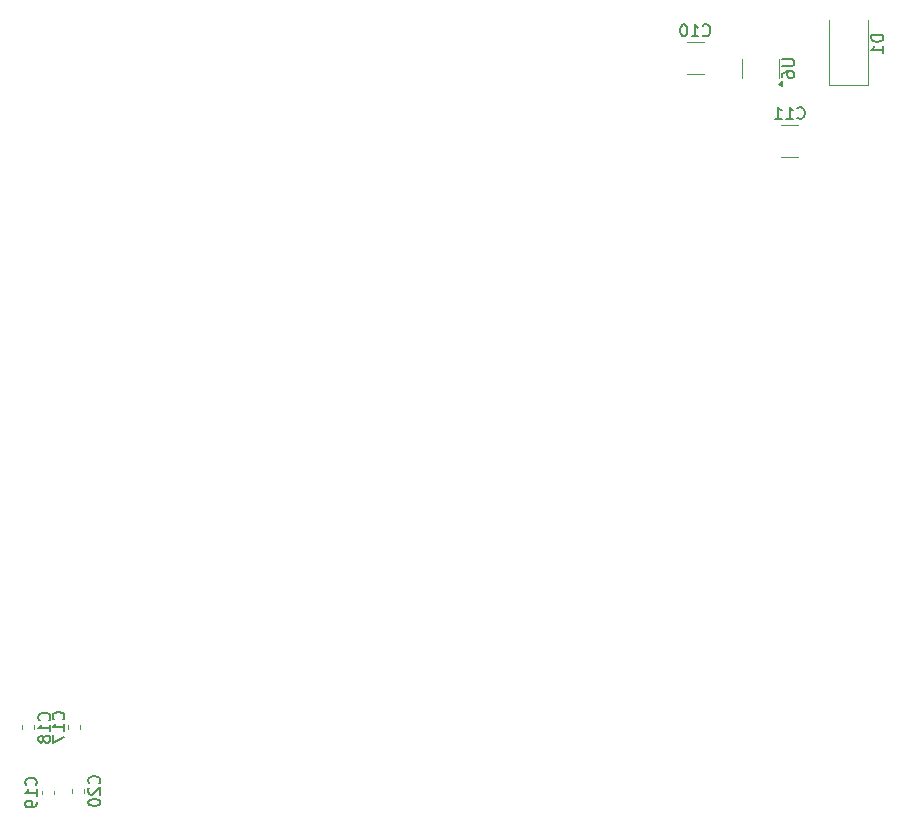
<source format=gbr>
%TF.GenerationSoftware,KiCad,Pcbnew,9.0.3-9.0.3-0~ubuntu24.04.1*%
%TF.CreationDate,2025-09-03T17:17:06-03:00*%
%TF.ProjectId,CargadorDeBaterias_rev2,43617267-6164-46f7-9244-654261746572,rev?*%
%TF.SameCoordinates,Original*%
%TF.FileFunction,Legend,Bot*%
%TF.FilePolarity,Positive*%
%FSLAX46Y46*%
G04 Gerber Fmt 4.6, Leading zero omitted, Abs format (unit mm)*
G04 Created by KiCad (PCBNEW 9.0.3-9.0.3-0~ubuntu24.04.1) date 2025-09-03 17:17:06*
%MOMM*%
%LPD*%
G01*
G04 APERTURE LIST*
%ADD10C,0.150000*%
%ADD11C,0.120000*%
G04 APERTURE END LIST*
D10*
X197379819Y-72536905D02*
X196379819Y-72536905D01*
X196379819Y-72536905D02*
X196379819Y-72775000D01*
X196379819Y-72775000D02*
X196427438Y-72917857D01*
X196427438Y-72917857D02*
X196522676Y-73013095D01*
X196522676Y-73013095D02*
X196617914Y-73060714D01*
X196617914Y-73060714D02*
X196808390Y-73108333D01*
X196808390Y-73108333D02*
X196951247Y-73108333D01*
X196951247Y-73108333D02*
X197141723Y-73060714D01*
X197141723Y-73060714D02*
X197236961Y-73013095D01*
X197236961Y-73013095D02*
X197332200Y-72917857D01*
X197332200Y-72917857D02*
X197379819Y-72775000D01*
X197379819Y-72775000D02*
X197379819Y-72536905D01*
X197379819Y-74060714D02*
X197379819Y-73489286D01*
X197379819Y-73775000D02*
X196379819Y-73775000D01*
X196379819Y-73775000D02*
X196522676Y-73679762D01*
X196522676Y-73679762D02*
X196617914Y-73584524D01*
X196617914Y-73584524D02*
X196665533Y-73489286D01*
X126759580Y-130530951D02*
X126807200Y-130483332D01*
X126807200Y-130483332D02*
X126854819Y-130340475D01*
X126854819Y-130340475D02*
X126854819Y-130245237D01*
X126854819Y-130245237D02*
X126807200Y-130102380D01*
X126807200Y-130102380D02*
X126711961Y-130007142D01*
X126711961Y-130007142D02*
X126616723Y-129959523D01*
X126616723Y-129959523D02*
X126426247Y-129911904D01*
X126426247Y-129911904D02*
X126283390Y-129911904D01*
X126283390Y-129911904D02*
X126092914Y-129959523D01*
X126092914Y-129959523D02*
X125997676Y-130007142D01*
X125997676Y-130007142D02*
X125902438Y-130102380D01*
X125902438Y-130102380D02*
X125854819Y-130245237D01*
X125854819Y-130245237D02*
X125854819Y-130340475D01*
X125854819Y-130340475D02*
X125902438Y-130483332D01*
X125902438Y-130483332D02*
X125950057Y-130530951D01*
X126854819Y-131483332D02*
X126854819Y-130911904D01*
X126854819Y-131197618D02*
X125854819Y-131197618D01*
X125854819Y-131197618D02*
X125997676Y-131102380D01*
X125997676Y-131102380D02*
X126092914Y-131007142D01*
X126092914Y-131007142D02*
X126140533Y-130911904D01*
X126283390Y-132054761D02*
X126235771Y-131959523D01*
X126235771Y-131959523D02*
X126188152Y-131911904D01*
X126188152Y-131911904D02*
X126092914Y-131864285D01*
X126092914Y-131864285D02*
X126045295Y-131864285D01*
X126045295Y-131864285D02*
X125950057Y-131911904D01*
X125950057Y-131911904D02*
X125902438Y-131959523D01*
X125902438Y-131959523D02*
X125854819Y-132054761D01*
X125854819Y-132054761D02*
X125854819Y-132245237D01*
X125854819Y-132245237D02*
X125902438Y-132340475D01*
X125902438Y-132340475D02*
X125950057Y-132388094D01*
X125950057Y-132388094D02*
X126045295Y-132435713D01*
X126045295Y-132435713D02*
X126092914Y-132435713D01*
X126092914Y-132435713D02*
X126188152Y-132388094D01*
X126188152Y-132388094D02*
X126235771Y-132340475D01*
X126235771Y-132340475D02*
X126283390Y-132245237D01*
X126283390Y-132245237D02*
X126283390Y-132054761D01*
X126283390Y-132054761D02*
X126331009Y-131959523D01*
X126331009Y-131959523D02*
X126378628Y-131911904D01*
X126378628Y-131911904D02*
X126473866Y-131864285D01*
X126473866Y-131864285D02*
X126664342Y-131864285D01*
X126664342Y-131864285D02*
X126759580Y-131911904D01*
X126759580Y-131911904D02*
X126807200Y-131959523D01*
X126807200Y-131959523D02*
X126854819Y-132054761D01*
X126854819Y-132054761D02*
X126854819Y-132245237D01*
X126854819Y-132245237D02*
X126807200Y-132340475D01*
X126807200Y-132340475D02*
X126759580Y-132388094D01*
X126759580Y-132388094D02*
X126664342Y-132435713D01*
X126664342Y-132435713D02*
X126473866Y-132435713D01*
X126473866Y-132435713D02*
X126378628Y-132388094D01*
X126378628Y-132388094D02*
X126331009Y-132340475D01*
X126331009Y-132340475D02*
X126283390Y-132245237D01*
X188854819Y-74575595D02*
X189664342Y-74575595D01*
X189664342Y-74575595D02*
X189759580Y-74623214D01*
X189759580Y-74623214D02*
X189807200Y-74670833D01*
X189807200Y-74670833D02*
X189854819Y-74766071D01*
X189854819Y-74766071D02*
X189854819Y-74956547D01*
X189854819Y-74956547D02*
X189807200Y-75051785D01*
X189807200Y-75051785D02*
X189759580Y-75099404D01*
X189759580Y-75099404D02*
X189664342Y-75147023D01*
X189664342Y-75147023D02*
X188854819Y-75147023D01*
X188854819Y-76051785D02*
X188854819Y-75861309D01*
X188854819Y-75861309D02*
X188902438Y-75766071D01*
X188902438Y-75766071D02*
X188950057Y-75718452D01*
X188950057Y-75718452D02*
X189092914Y-75623214D01*
X189092914Y-75623214D02*
X189283390Y-75575595D01*
X189283390Y-75575595D02*
X189664342Y-75575595D01*
X189664342Y-75575595D02*
X189759580Y-75623214D01*
X189759580Y-75623214D02*
X189807200Y-75670833D01*
X189807200Y-75670833D02*
X189854819Y-75766071D01*
X189854819Y-75766071D02*
X189854819Y-75956547D01*
X189854819Y-75956547D02*
X189807200Y-76051785D01*
X189807200Y-76051785D02*
X189759580Y-76099404D01*
X189759580Y-76099404D02*
X189664342Y-76147023D01*
X189664342Y-76147023D02*
X189426247Y-76147023D01*
X189426247Y-76147023D02*
X189331009Y-76099404D01*
X189331009Y-76099404D02*
X189283390Y-76051785D01*
X189283390Y-76051785D02*
X189235771Y-75956547D01*
X189235771Y-75956547D02*
X189235771Y-75766071D01*
X189235771Y-75766071D02*
X189283390Y-75670833D01*
X189283390Y-75670833D02*
X189331009Y-75623214D01*
X189331009Y-75623214D02*
X189426247Y-75575595D01*
X125629580Y-136019642D02*
X125677200Y-135972023D01*
X125677200Y-135972023D02*
X125724819Y-135829166D01*
X125724819Y-135829166D02*
X125724819Y-135733928D01*
X125724819Y-135733928D02*
X125677200Y-135591071D01*
X125677200Y-135591071D02*
X125581961Y-135495833D01*
X125581961Y-135495833D02*
X125486723Y-135448214D01*
X125486723Y-135448214D02*
X125296247Y-135400595D01*
X125296247Y-135400595D02*
X125153390Y-135400595D01*
X125153390Y-135400595D02*
X124962914Y-135448214D01*
X124962914Y-135448214D02*
X124867676Y-135495833D01*
X124867676Y-135495833D02*
X124772438Y-135591071D01*
X124772438Y-135591071D02*
X124724819Y-135733928D01*
X124724819Y-135733928D02*
X124724819Y-135829166D01*
X124724819Y-135829166D02*
X124772438Y-135972023D01*
X124772438Y-135972023D02*
X124820057Y-136019642D01*
X125724819Y-136972023D02*
X125724819Y-136400595D01*
X125724819Y-136686309D02*
X124724819Y-136686309D01*
X124724819Y-136686309D02*
X124867676Y-136591071D01*
X124867676Y-136591071D02*
X124962914Y-136495833D01*
X124962914Y-136495833D02*
X125010533Y-136400595D01*
X125724819Y-137448214D02*
X125724819Y-137638690D01*
X125724819Y-137638690D02*
X125677200Y-137733928D01*
X125677200Y-137733928D02*
X125629580Y-137781547D01*
X125629580Y-137781547D02*
X125486723Y-137876785D01*
X125486723Y-137876785D02*
X125296247Y-137924404D01*
X125296247Y-137924404D02*
X124915295Y-137924404D01*
X124915295Y-137924404D02*
X124820057Y-137876785D01*
X124820057Y-137876785D02*
X124772438Y-137829166D01*
X124772438Y-137829166D02*
X124724819Y-137733928D01*
X124724819Y-137733928D02*
X124724819Y-137543452D01*
X124724819Y-137543452D02*
X124772438Y-137448214D01*
X124772438Y-137448214D02*
X124820057Y-137400595D01*
X124820057Y-137400595D02*
X124915295Y-137352976D01*
X124915295Y-137352976D02*
X125153390Y-137352976D01*
X125153390Y-137352976D02*
X125248628Y-137400595D01*
X125248628Y-137400595D02*
X125296247Y-137448214D01*
X125296247Y-137448214D02*
X125343866Y-137543452D01*
X125343866Y-137543452D02*
X125343866Y-137733928D01*
X125343866Y-137733928D02*
X125296247Y-137829166D01*
X125296247Y-137829166D02*
X125248628Y-137876785D01*
X125248628Y-137876785D02*
X125153390Y-137924404D01*
X127959580Y-130482142D02*
X128007200Y-130434523D01*
X128007200Y-130434523D02*
X128054819Y-130291666D01*
X128054819Y-130291666D02*
X128054819Y-130196428D01*
X128054819Y-130196428D02*
X128007200Y-130053571D01*
X128007200Y-130053571D02*
X127911961Y-129958333D01*
X127911961Y-129958333D02*
X127816723Y-129910714D01*
X127816723Y-129910714D02*
X127626247Y-129863095D01*
X127626247Y-129863095D02*
X127483390Y-129863095D01*
X127483390Y-129863095D02*
X127292914Y-129910714D01*
X127292914Y-129910714D02*
X127197676Y-129958333D01*
X127197676Y-129958333D02*
X127102438Y-130053571D01*
X127102438Y-130053571D02*
X127054819Y-130196428D01*
X127054819Y-130196428D02*
X127054819Y-130291666D01*
X127054819Y-130291666D02*
X127102438Y-130434523D01*
X127102438Y-130434523D02*
X127150057Y-130482142D01*
X128054819Y-131434523D02*
X128054819Y-130863095D01*
X128054819Y-131148809D02*
X127054819Y-131148809D01*
X127054819Y-131148809D02*
X127197676Y-131053571D01*
X127197676Y-131053571D02*
X127292914Y-130958333D01*
X127292914Y-130958333D02*
X127340533Y-130863095D01*
X127054819Y-131767857D02*
X127054819Y-132434523D01*
X127054819Y-132434523D02*
X128054819Y-132005952D01*
X190117857Y-79534580D02*
X190165476Y-79582200D01*
X190165476Y-79582200D02*
X190308333Y-79629819D01*
X190308333Y-79629819D02*
X190403571Y-79629819D01*
X190403571Y-79629819D02*
X190546428Y-79582200D01*
X190546428Y-79582200D02*
X190641666Y-79486961D01*
X190641666Y-79486961D02*
X190689285Y-79391723D01*
X190689285Y-79391723D02*
X190736904Y-79201247D01*
X190736904Y-79201247D02*
X190736904Y-79058390D01*
X190736904Y-79058390D02*
X190689285Y-78867914D01*
X190689285Y-78867914D02*
X190641666Y-78772676D01*
X190641666Y-78772676D02*
X190546428Y-78677438D01*
X190546428Y-78677438D02*
X190403571Y-78629819D01*
X190403571Y-78629819D02*
X190308333Y-78629819D01*
X190308333Y-78629819D02*
X190165476Y-78677438D01*
X190165476Y-78677438D02*
X190117857Y-78725057D01*
X189165476Y-79629819D02*
X189736904Y-79629819D01*
X189451190Y-79629819D02*
X189451190Y-78629819D01*
X189451190Y-78629819D02*
X189546428Y-78772676D01*
X189546428Y-78772676D02*
X189641666Y-78867914D01*
X189641666Y-78867914D02*
X189736904Y-78915533D01*
X188213095Y-79629819D02*
X188784523Y-79629819D01*
X188498809Y-79629819D02*
X188498809Y-78629819D01*
X188498809Y-78629819D02*
X188594047Y-78772676D01*
X188594047Y-78772676D02*
X188689285Y-78867914D01*
X188689285Y-78867914D02*
X188784523Y-78915533D01*
X182117857Y-72534580D02*
X182165476Y-72582200D01*
X182165476Y-72582200D02*
X182308333Y-72629819D01*
X182308333Y-72629819D02*
X182403571Y-72629819D01*
X182403571Y-72629819D02*
X182546428Y-72582200D01*
X182546428Y-72582200D02*
X182641666Y-72486961D01*
X182641666Y-72486961D02*
X182689285Y-72391723D01*
X182689285Y-72391723D02*
X182736904Y-72201247D01*
X182736904Y-72201247D02*
X182736904Y-72058390D01*
X182736904Y-72058390D02*
X182689285Y-71867914D01*
X182689285Y-71867914D02*
X182641666Y-71772676D01*
X182641666Y-71772676D02*
X182546428Y-71677438D01*
X182546428Y-71677438D02*
X182403571Y-71629819D01*
X182403571Y-71629819D02*
X182308333Y-71629819D01*
X182308333Y-71629819D02*
X182165476Y-71677438D01*
X182165476Y-71677438D02*
X182117857Y-71725057D01*
X181165476Y-72629819D02*
X181736904Y-72629819D01*
X181451190Y-72629819D02*
X181451190Y-71629819D01*
X181451190Y-71629819D02*
X181546428Y-71772676D01*
X181546428Y-71772676D02*
X181641666Y-71867914D01*
X181641666Y-71867914D02*
X181736904Y-71915533D01*
X180546428Y-71629819D02*
X180451190Y-71629819D01*
X180451190Y-71629819D02*
X180355952Y-71677438D01*
X180355952Y-71677438D02*
X180308333Y-71725057D01*
X180308333Y-71725057D02*
X180260714Y-71820295D01*
X180260714Y-71820295D02*
X180213095Y-72010771D01*
X180213095Y-72010771D02*
X180213095Y-72248866D01*
X180213095Y-72248866D02*
X180260714Y-72439342D01*
X180260714Y-72439342D02*
X180308333Y-72534580D01*
X180308333Y-72534580D02*
X180355952Y-72582200D01*
X180355952Y-72582200D02*
X180451190Y-72629819D01*
X180451190Y-72629819D02*
X180546428Y-72629819D01*
X180546428Y-72629819D02*
X180641666Y-72582200D01*
X180641666Y-72582200D02*
X180689285Y-72534580D01*
X180689285Y-72534580D02*
X180736904Y-72439342D01*
X180736904Y-72439342D02*
X180784523Y-72248866D01*
X180784523Y-72248866D02*
X180784523Y-72010771D01*
X180784523Y-72010771D02*
X180736904Y-71820295D01*
X180736904Y-71820295D02*
X180689285Y-71725057D01*
X180689285Y-71725057D02*
X180641666Y-71677438D01*
X180641666Y-71677438D02*
X180546428Y-71629819D01*
X130989580Y-135882142D02*
X131037200Y-135834523D01*
X131037200Y-135834523D02*
X131084819Y-135691666D01*
X131084819Y-135691666D02*
X131084819Y-135596428D01*
X131084819Y-135596428D02*
X131037200Y-135453571D01*
X131037200Y-135453571D02*
X130941961Y-135358333D01*
X130941961Y-135358333D02*
X130846723Y-135310714D01*
X130846723Y-135310714D02*
X130656247Y-135263095D01*
X130656247Y-135263095D02*
X130513390Y-135263095D01*
X130513390Y-135263095D02*
X130322914Y-135310714D01*
X130322914Y-135310714D02*
X130227676Y-135358333D01*
X130227676Y-135358333D02*
X130132438Y-135453571D01*
X130132438Y-135453571D02*
X130084819Y-135596428D01*
X130084819Y-135596428D02*
X130084819Y-135691666D01*
X130084819Y-135691666D02*
X130132438Y-135834523D01*
X130132438Y-135834523D02*
X130180057Y-135882142D01*
X130180057Y-136263095D02*
X130132438Y-136310714D01*
X130132438Y-136310714D02*
X130084819Y-136405952D01*
X130084819Y-136405952D02*
X130084819Y-136644047D01*
X130084819Y-136644047D02*
X130132438Y-136739285D01*
X130132438Y-136739285D02*
X130180057Y-136786904D01*
X130180057Y-136786904D02*
X130275295Y-136834523D01*
X130275295Y-136834523D02*
X130370533Y-136834523D01*
X130370533Y-136834523D02*
X130513390Y-136786904D01*
X130513390Y-136786904D02*
X131084819Y-136215476D01*
X131084819Y-136215476D02*
X131084819Y-136834523D01*
X130084819Y-137453571D02*
X130084819Y-137548809D01*
X130084819Y-137548809D02*
X130132438Y-137644047D01*
X130132438Y-137644047D02*
X130180057Y-137691666D01*
X130180057Y-137691666D02*
X130275295Y-137739285D01*
X130275295Y-137739285D02*
X130465771Y-137786904D01*
X130465771Y-137786904D02*
X130703866Y-137786904D01*
X130703866Y-137786904D02*
X130894342Y-137739285D01*
X130894342Y-137739285D02*
X130989580Y-137691666D01*
X130989580Y-137691666D02*
X131037200Y-137644047D01*
X131037200Y-137644047D02*
X131084819Y-137548809D01*
X131084819Y-137548809D02*
X131084819Y-137453571D01*
X131084819Y-137453571D02*
X131037200Y-137358333D01*
X131037200Y-137358333D02*
X130989580Y-137310714D01*
X130989580Y-137310714D02*
X130894342Y-137263095D01*
X130894342Y-137263095D02*
X130703866Y-137215476D01*
X130703866Y-137215476D02*
X130465771Y-137215476D01*
X130465771Y-137215476D02*
X130275295Y-137263095D01*
X130275295Y-137263095D02*
X130180057Y-137310714D01*
X130180057Y-137310714D02*
X130132438Y-137358333D01*
X130132438Y-137358333D02*
X130084819Y-137453571D01*
D11*
%TO.C,D1*%
X192775000Y-76785000D02*
X192775000Y-71275000D01*
X196075000Y-76785000D02*
X192775000Y-76785000D01*
X196075000Y-76785000D02*
X196075000Y-71275000D01*
%TO.C,C18*%
X124490000Y-131283767D02*
X124490000Y-130991233D01*
X125510000Y-131283767D02*
X125510000Y-130991233D01*
%TO.C,U6*%
X185440000Y-75337500D02*
X185440000Y-74537500D01*
X185440000Y-75337500D02*
X185440000Y-76137500D01*
X188560000Y-75337500D02*
X188560000Y-74537500D01*
X188560000Y-75337500D02*
X188560000Y-76137500D01*
X188840000Y-76877500D02*
X188510000Y-76637500D01*
X188840000Y-76397500D01*
X188840000Y-76877500D01*
G36*
X188840000Y-76877500D02*
G01*
X188510000Y-76637500D01*
X188840000Y-76397500D01*
X188840000Y-76877500D01*
G37*
%TO.C,C19*%
X126190000Y-136516233D02*
X126190000Y-136808767D01*
X127210000Y-136516233D02*
X127210000Y-136808767D01*
%TO.C,C17*%
X128390000Y-130991233D02*
X128390000Y-131283767D01*
X129410000Y-130991233D02*
X129410000Y-131283767D01*
%TO.C,C11*%
X190186252Y-80115000D02*
X188763748Y-80115000D01*
X190186252Y-82835000D02*
X188763748Y-82835000D01*
%TO.C,C10*%
X182186252Y-73115000D02*
X180763748Y-73115000D01*
X182186252Y-75835000D02*
X180763748Y-75835000D01*
%TO.C,C20*%
X128690000Y-136671267D02*
X128690000Y-136378733D01*
X129710000Y-136671267D02*
X129710000Y-136378733D01*
%TD*%
M02*

</source>
